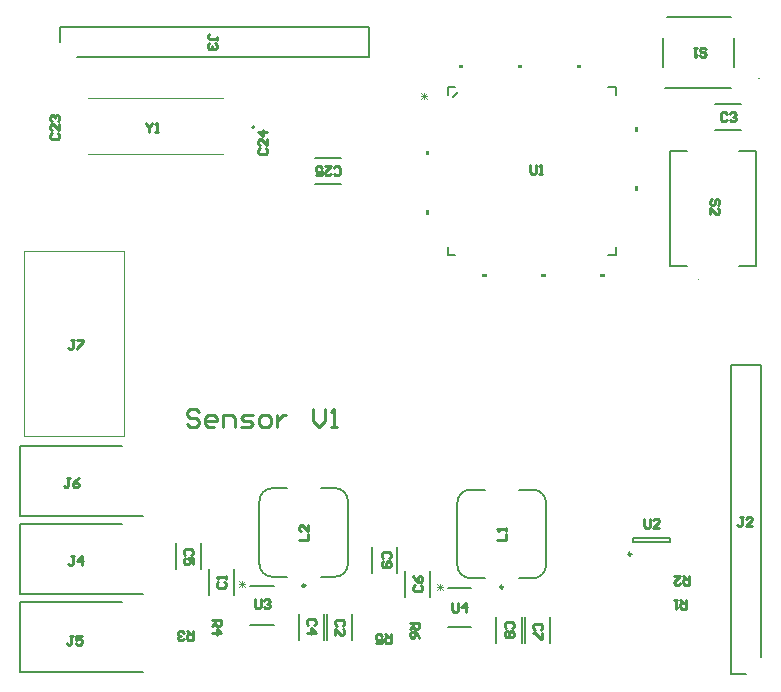
<source format=gbr>
%TF.GenerationSoftware,Altium Limited,Altium Designer,24.6.1 (21)*%
G04 Layer_Color=65535*
%FSLAX45Y45*%
%MOMM*%
%TF.SameCoordinates,D96B88A3-C1BF-4694-92A9-412EC26ABF2C*%
%TF.FilePolarity,Positive*%
%TF.FileFunction,Legend,Top*%
%TF.Part,Single*%
G01*
G75*
%TA.AperFunction,NonConductor*%
%ADD36C,0.25400*%
%ADD37C,0.20000*%
%ADD38C,0.25000*%
%ADD39C,0.10000*%
%ADD40C,0.15240*%
%ADD41C,0.07620*%
G36*
X8534450Y7256780D02*
X8496350D01*
Y7231380D01*
X8534450D01*
Y7256780D01*
D02*
G37*
G36*
X8044180Y7797050D02*
X8018780D01*
Y7758950D01*
X8044180D01*
Y7797050D01*
D02*
G37*
G36*
Y8297050D02*
X8018780D01*
Y8258950D01*
X8044180D01*
Y8297050D01*
D02*
G37*
G36*
X8334450Y8999220D02*
X8296350D01*
Y9024620D01*
X8334450D01*
Y8999220D01*
D02*
G37*
G36*
X8834450D02*
X8796350D01*
Y9024620D01*
X8834450D01*
Y8999220D01*
D02*
G37*
G36*
X9034450Y7256780D02*
X8996350D01*
Y7231380D01*
X9034450D01*
Y7256780D01*
D02*
G37*
G36*
X9534450D02*
X9496350D01*
Y7231380D01*
X9534450D01*
Y7256780D01*
D02*
G37*
G36*
X9786620Y7997050D02*
X9812020D01*
Y7958950D01*
X9786620D01*
Y7997050D01*
D02*
G37*
G36*
Y8497050D02*
X9812020D01*
Y8458950D01*
X9786620D01*
Y8497050D01*
D02*
G37*
G36*
X9334450Y8999220D02*
X9296350D01*
Y9024620D01*
X9334450D01*
Y8999220D01*
D02*
G37*
D36*
X6095967Y6083259D02*
X6070575Y6108651D01*
X6019792D01*
X5994400Y6083259D01*
Y6057867D01*
X6019792Y6032475D01*
X6070575D01*
X6095967Y6007083D01*
Y5981692D01*
X6070575Y5956300D01*
X6019792D01*
X5994400Y5981692D01*
X6222926Y5956300D02*
X6172143D01*
X6146751Y5981692D01*
Y6032475D01*
X6172143Y6057867D01*
X6222926D01*
X6248318Y6032475D01*
Y6007083D01*
X6146751D01*
X6299101Y5956300D02*
Y6057867D01*
X6375277D01*
X6400669Y6032475D01*
Y5956300D01*
X6451452D02*
X6527628D01*
X6553019Y5981692D01*
X6527628Y6007083D01*
X6476844D01*
X6451452Y6032475D01*
X6476844Y6057867D01*
X6553019D01*
X6629195Y5956300D02*
X6679978D01*
X6705370Y5981692D01*
Y6032475D01*
X6679978Y6057867D01*
X6629195D01*
X6603803Y6032475D01*
Y5981692D01*
X6629195Y5956300D01*
X6756154Y6057867D02*
Y5956300D01*
Y6007083D01*
X6781545Y6032475D01*
X6806937Y6057867D01*
X6832329D01*
X7060855Y6108651D02*
Y6007083D01*
X7111639Y5956300D01*
X7162422Y6007083D01*
Y6108651D01*
X7213206Y5956300D02*
X7263989D01*
X7238598D01*
Y6108651D01*
X7213206Y6083259D01*
X5029204Y4190988D02*
X5003812D01*
X5016508D01*
Y4127508D01*
X5003812Y4114812D01*
X4991117D01*
X4978421Y4127508D01*
X5105379Y4190988D02*
X5054596D01*
Y4152900D01*
X5079988Y4165596D01*
X5092684D01*
X5105379Y4152900D01*
Y4127508D01*
X5092684Y4114812D01*
X5067292D01*
X5054596Y4127508D01*
X5003804Y5524488D02*
X4978412D01*
X4991108D01*
Y5461008D01*
X4978412Y5448312D01*
X4965717D01*
X4953021Y5461008D01*
X5079979Y5524488D02*
X5054588Y5511792D01*
X5029196Y5486400D01*
Y5461008D01*
X5041892Y5448312D01*
X5067284D01*
X5079979Y5461008D01*
Y5473704D01*
X5067284Y5486400D01*
X5029196D01*
X5041904Y4864088D02*
X5016512D01*
X5029208D01*
Y4800608D01*
X5016512Y4787912D01*
X5003817D01*
X4991121Y4800608D01*
X5105384Y4787912D02*
Y4864088D01*
X5067296Y4826000D01*
X5118079D01*
X7240183Y8102608D02*
X7252879Y8089912D01*
X7278271D01*
X7290967Y8102608D01*
Y8153392D01*
X7278271Y8166088D01*
X7252879D01*
X7240183Y8153392D01*
X7164008Y8166088D02*
X7214792D01*
X7164008Y8115304D01*
Y8102608D01*
X7176704Y8089912D01*
X7202096D01*
X7214792Y8102608D01*
X7087833Y8089912D02*
X7138616D01*
Y8128000D01*
X7113224Y8115304D01*
X7100528D01*
X7087833Y8128000D01*
Y8153392D01*
X7100528Y8166088D01*
X7125920D01*
X7138616Y8153392D01*
X10490192Y7835896D02*
X10502888Y7848591D01*
Y7873983D01*
X10490192Y7886679D01*
X10477496D01*
X10464800Y7873983D01*
Y7848591D01*
X10452104Y7835896D01*
X10439408D01*
X10426712Y7848591D01*
Y7873983D01*
X10439408Y7886679D01*
X10426712Y7759720D02*
Y7810504D01*
X10477496Y7759720D01*
X10490192D01*
X10502888Y7772416D01*
Y7797808D01*
X10490192Y7810504D01*
X6614918Y8320573D02*
X6602222Y8307877D01*
Y8282486D01*
X6614918Y8269790D01*
X6665702D01*
X6678398Y8282486D01*
Y8307877D01*
X6665702Y8320573D01*
X6678398Y8396749D02*
Y8345965D01*
X6627614Y8396749D01*
X6614918D01*
X6602222Y8384053D01*
Y8358661D01*
X6614918Y8345965D01*
X6678398Y8460228D02*
X6602222D01*
X6640310Y8422140D01*
Y8472924D01*
X4851408Y8445517D02*
X4838712Y8432821D01*
Y8407429D01*
X4851408Y8394733D01*
X4902192D01*
X4914888Y8407429D01*
Y8432821D01*
X4902192Y8445517D01*
X4914888Y8521692D02*
Y8470908D01*
X4864104Y8521692D01*
X4851408D01*
X4838712Y8508996D01*
Y8483604D01*
X4851408Y8470908D01*
Y8547084D02*
X4838712Y8559780D01*
Y8585172D01*
X4851408Y8597867D01*
X4864104D01*
X4876800Y8585172D01*
Y8572476D01*
Y8585172D01*
X4889496Y8597867D01*
X4902192D01*
X4914888Y8585172D01*
Y8559780D01*
X4902192Y8547084D01*
X5651517Y8534388D02*
Y8521692D01*
X5676908Y8496300D01*
X5702300Y8521692D01*
Y8534388D01*
X5676908Y8496300D02*
Y8458212D01*
X5727692D02*
X5753084D01*
X5740388D01*
Y8534388D01*
X5727692Y8521692D01*
X10337800Y9105908D02*
X10350496Y9093212D01*
X10375888D01*
X10388583Y9105908D01*
Y9118604D01*
X10375888Y9131300D01*
X10350496D01*
X10337800Y9143996D01*
Y9156692D01*
X10350496Y9169388D01*
X10375888D01*
X10388583Y9156692D01*
X10312408Y9169388D02*
X10287016D01*
X10299712D01*
Y9093212D01*
X10312408Y9105908D01*
X8241051Y4470388D02*
Y4406908D01*
X8253747Y4394212D01*
X8279138D01*
X8291834Y4406908D01*
Y4470388D01*
X8355314Y4394212D02*
Y4470388D01*
X8317226Y4432300D01*
X8368009D01*
X6569096Y4502388D02*
Y4438908D01*
X6581792Y4426212D01*
X6607183D01*
X6619879Y4438908D01*
Y4502388D01*
X6645271Y4489692D02*
X6657967Y4502388D01*
X6683359D01*
X6696054Y4489692D01*
Y4476996D01*
X6683359Y4464300D01*
X6670663D01*
X6683359D01*
X6696054Y4451604D01*
Y4438908D01*
X6683359Y4426212D01*
X6657967D01*
X6645271Y4438908D01*
X9867921Y5181588D02*
Y5118108D01*
X9880617Y5105412D01*
X9906008D01*
X9918704Y5118108D01*
Y5181588D01*
X9994879Y5105412D02*
X9944096D01*
X9994879Y5156196D01*
Y5168892D01*
X9982184Y5181588D01*
X9956792D01*
X9944096Y5168892D01*
X8902717Y8178788D02*
Y8115308D01*
X8915412Y8102612D01*
X8940804D01*
X8953500Y8115308D01*
Y8178788D01*
X8978892Y8102612D02*
X9004284D01*
X8991588D01*
Y8178788D01*
X8978892Y8166092D01*
X7885442Y4304079D02*
X7961618D01*
Y4265991D01*
X7948922Y4253296D01*
X7923530D01*
X7910834Y4265991D01*
Y4304079D01*
Y4278687D02*
X7885442Y4253296D01*
X7961618Y4177120D02*
X7948922Y4202512D01*
X7923530Y4227904D01*
X7898138D01*
X7885442Y4215208D01*
Y4189816D01*
X7898138Y4177120D01*
X7910834D01*
X7923530Y4189816D01*
Y4227904D01*
X7721509Y4203688D02*
Y4127512D01*
X7683421D01*
X7670725Y4140208D01*
Y4165600D01*
X7683421Y4178296D01*
X7721509D01*
X7696117D02*
X7670725Y4203688D01*
X7594550Y4127512D02*
X7645333D01*
Y4165600D01*
X7619942Y4152904D01*
X7607246D01*
X7594550Y4165600D01*
Y4190992D01*
X7607246Y4203688D01*
X7632638D01*
X7645333Y4190992D01*
X6210312Y4329479D02*
X6286488D01*
Y4291391D01*
X6273792Y4278696D01*
X6248400D01*
X6235704Y4291391D01*
Y4329479D01*
Y4304087D02*
X6210312Y4278696D01*
Y4215216D02*
X6286488D01*
X6248400Y4253304D01*
Y4202520D01*
X6046379Y4229088D02*
Y4152912D01*
X6008291D01*
X5995595Y4165608D01*
Y4191000D01*
X6008291Y4203696D01*
X6046379D01*
X6020987D02*
X5995595Y4229088D01*
X5970203Y4165608D02*
X5957508Y4152912D01*
X5932116D01*
X5919420Y4165608D01*
Y4178304D01*
X5932116Y4191000D01*
X5944812D01*
X5932116D01*
X5919420Y4203696D01*
Y4216392D01*
X5932116Y4229088D01*
X5957508D01*
X5970203Y4216392D01*
X10250079Y4698988D02*
Y4622812D01*
X10211991D01*
X10199295Y4635508D01*
Y4660900D01*
X10211991Y4673596D01*
X10250079D01*
X10224687D02*
X10199295Y4698988D01*
X10123120D02*
X10173903D01*
X10123120Y4648204D01*
Y4635508D01*
X10135816Y4622812D01*
X10161208D01*
X10173903Y4635508D01*
X10224683Y4495788D02*
Y4419612D01*
X10186596D01*
X10173900Y4432308D01*
Y4457700D01*
X10186596Y4470396D01*
X10224683D01*
X10199292D02*
X10173900Y4495788D01*
X10148508D02*
X10123116D01*
X10135812D01*
Y4419612D01*
X10148508Y4432308D01*
X6946912Y5000229D02*
X7023087D01*
Y5051013D01*
Y5127188D02*
Y5076404D01*
X6972304Y5127188D01*
X6959608D01*
X6946912Y5114492D01*
Y5089100D01*
X6959608Y5076404D01*
X8623312Y5003817D02*
X8699488D01*
Y5054600D01*
Y5079992D02*
Y5105384D01*
Y5092688D01*
X8623312D01*
X8636008Y5079992D01*
X5041904Y6692888D02*
X5016512D01*
X5029208D01*
Y6629408D01*
X5016512Y6616712D01*
X5003817D01*
X4991121Y6629408D01*
X5067296Y6692888D02*
X5118079D01*
Y6680192D01*
X5067296Y6629408D01*
Y6616712D01*
X6248388Y9232896D02*
Y9258288D01*
Y9245592D01*
X6184908D01*
X6172212Y9258288D01*
Y9270983D01*
X6184908Y9283679D01*
X6235692Y9207504D02*
X6248388Y9194808D01*
Y9169416D01*
X6235692Y9156721D01*
X6222996D01*
X6210300Y9169416D01*
Y9182112D01*
Y9169416D01*
X6197604Y9156721D01*
X6184908D01*
X6172212Y9169416D01*
Y9194808D01*
X6184908Y9207504D01*
X10706104Y5194288D02*
X10680712D01*
X10693408D01*
Y5130808D01*
X10680712Y5118112D01*
X10668017D01*
X10655321Y5130808D01*
X10782279Y5118112D02*
X10731496D01*
X10782279Y5168896D01*
Y5181592D01*
X10769584Y5194288D01*
X10744192D01*
X10731496Y5181592D01*
X7707622Y4850196D02*
X7720318Y4862891D01*
Y4888283D01*
X7707622Y4900979D01*
X7656838D01*
X7644142Y4888283D01*
Y4862891D01*
X7656838Y4850196D01*
Y4824804D02*
X7644142Y4812108D01*
Y4786716D01*
X7656838Y4774020D01*
X7707622D01*
X7720318Y4786716D01*
Y4812108D01*
X7707622Y4824804D01*
X7694926D01*
X7682230Y4812108D01*
Y4774020D01*
X8749022Y4255696D02*
X8761718Y4268391D01*
Y4293783D01*
X8749022Y4306479D01*
X8698238D01*
X8685542Y4293783D01*
Y4268391D01*
X8698238Y4255696D01*
X8749022Y4230304D02*
X8761718Y4217608D01*
Y4192216D01*
X8749022Y4179520D01*
X8736326D01*
X8723630Y4192216D01*
X8710934Y4179520D01*
X8698238D01*
X8685542Y4192216D01*
Y4217608D01*
X8698238Y4230304D01*
X8710934D01*
X8723630Y4217608D01*
X8736326Y4230304D01*
X8749022D01*
X8723630Y4217608D02*
Y4192216D01*
X8990322Y4242996D02*
X9003018Y4255692D01*
Y4281083D01*
X8990322Y4293779D01*
X8939538D01*
X8926842Y4281083D01*
Y4255692D01*
X8939538Y4242996D01*
X9003018Y4217604D02*
Y4166820D01*
X8990322D01*
X8939538Y4217604D01*
X8926842D01*
X7924808Y4620404D02*
X7912112Y4607709D01*
Y4582317D01*
X7924808Y4569621D01*
X7975592D01*
X7988288Y4582317D01*
Y4607709D01*
X7975592Y4620404D01*
X7912112Y4696580D02*
X7924808Y4671188D01*
X7950200Y4645796D01*
X7975592D01*
X7988288Y4658492D01*
Y4683884D01*
X7975592Y4696580D01*
X7962896D01*
X7950200Y4683884D01*
Y4645796D01*
X6032492Y4875596D02*
X6045188Y4888292D01*
Y4913684D01*
X6032492Y4926380D01*
X5981708D01*
X5969012Y4913684D01*
Y4888292D01*
X5981708Y4875596D01*
X6045188Y4799421D02*
Y4850204D01*
X6007100D01*
X6019796Y4824812D01*
Y4812116D01*
X6007100Y4799421D01*
X5981708D01*
X5969012Y4812116D01*
Y4837508D01*
X5981708Y4850204D01*
X7073892Y4279896D02*
X7086588Y4292591D01*
Y4317983D01*
X7073892Y4330679D01*
X7023108D01*
X7010412Y4317983D01*
Y4292591D01*
X7023108Y4279896D01*
X7010412Y4216416D02*
X7086588D01*
X7048500Y4254504D01*
Y4203720D01*
X10567604Y8610592D02*
X10554908Y8623288D01*
X10529516D01*
X10516820Y8610592D01*
Y8559808D01*
X10529516Y8547112D01*
X10554908D01*
X10567604Y8559808D01*
X10592996Y8610592D02*
X10605692Y8623288D01*
X10631084D01*
X10643779Y8610592D01*
Y8597896D01*
X10631084Y8585200D01*
X10618388D01*
X10631084D01*
X10643779Y8572504D01*
Y8559808D01*
X10631084Y8547112D01*
X10605692D01*
X10592996Y8559808D01*
X7315192Y4278696D02*
X7327888Y4291392D01*
Y4316784D01*
X7315192Y4329480D01*
X7264408D01*
X7251712Y4316784D01*
Y4291392D01*
X7264408Y4278696D01*
X7251712Y4202521D02*
Y4253304D01*
X7302496Y4202521D01*
X7315192D01*
X7327888Y4215216D01*
Y4240608D01*
X7315192Y4253304D01*
X6261108Y4649400D02*
X6248412Y4636704D01*
Y4611312D01*
X6261108Y4598616D01*
X6311892D01*
X6324588Y4611312D01*
Y4636704D01*
X6311892Y4649400D01*
X6324588Y4674792D02*
Y4700184D01*
Y4687488D01*
X6248412D01*
X6261108Y4674792D01*
D37*
X8286400Y4789600D02*
G03*
X8396400Y4679600I110000J0D01*
G01*
Y5429600D02*
G03*
X8286400Y5319600I0J-110000D01*
G01*
X9036400D02*
G03*
X8926400Y5429600I-110000J0D01*
G01*
Y4679600D02*
G03*
X9036400Y4789600I0J110000D01*
G01*
X6610000Y4802300D02*
G03*
X6720000Y4692300I110000J0D01*
G01*
Y5442300D02*
G03*
X6610000Y5332300I0J-110000D01*
G01*
X7360000D02*
G03*
X7250000Y5442300I-110000J0D01*
G01*
Y4692300D02*
G03*
X7360000Y4802300I0J110000D01*
G01*
X6557700Y8489000D02*
G03*
X6557700Y8509000I0J10000D01*
G01*
D02*
G03*
X6557700Y8489000I0J-10000D01*
G01*
X4581100Y3886600D02*
X5626100D01*
X4581100D02*
Y4479600D01*
X5446100D01*
X4581100Y5207400D02*
X5626100D01*
X4581100D02*
Y5800400D01*
X5446100D01*
X4581100Y4547000D02*
X5626100D01*
X4581100D02*
Y5140000D01*
X5446100D01*
X10606500Y3866200D02*
X10731500D01*
X10606500D02*
Y6481200D01*
X10856500D01*
Y4013200D02*
Y6481200D01*
X4920300Y9220200D02*
Y9345200D01*
X7535300D01*
Y9095200D02*
Y9345200D01*
X5067300Y9095200D02*
X7535300D01*
X8286400Y4789600D02*
Y5319600D01*
X8396400Y4679600D02*
X8516400D01*
X9036400Y4789600D02*
Y5319600D01*
X8396400Y5429600D02*
X8516400D01*
X8806400D02*
X8926400D01*
X8806400Y4679600D02*
X8926400D01*
X6610000Y4802300D02*
Y5332300D01*
X6720000Y4692300D02*
X6840000D01*
X7360000Y4802300D02*
Y5332300D01*
X6720000Y5442300D02*
X6840000D01*
X7130000D02*
X7250000D01*
X7130000Y4692300D02*
X7250000D01*
X9776400Y5018800D02*
X10086400D01*
X9776400Y4988800D02*
X10086400D01*
Y5018800D01*
X9776400Y4988800D02*
Y5018800D01*
X10025100Y9011300D02*
Y9251300D01*
X10065100Y9431300D02*
X10605100D01*
X10625100Y9011300D02*
Y9251300D01*
X10045100Y8831300D02*
X10605100D01*
X10089100Y7321500D02*
X10232100D01*
X10089100D02*
Y8299500D01*
X10232100D01*
X10672100D02*
X10812100D01*
X10815100Y7321500D01*
X10672100D02*
X10815100D01*
X7078200Y8235500D02*
X7298200D01*
X7078200Y8020500D02*
X7298200D01*
X6179000Y4539400D02*
Y4759400D01*
X6394000Y4539400D02*
Y4759400D01*
X7397300Y4156000D02*
Y4376000D01*
X7182300Y4156000D02*
Y4376000D01*
X10470300Y8692700D02*
X10690300D01*
X10470300Y8477700D02*
X10690300D01*
X7156000Y4157200D02*
Y4377200D01*
X6941000Y4157200D02*
Y4377200D01*
X6114600Y4754100D02*
Y4974100D01*
X5899600Y4754100D02*
Y4974100D01*
X7842700Y4524300D02*
Y4744300D01*
X8057700Y4524300D02*
Y4744300D01*
X9072430Y4133000D02*
Y4353000D01*
X8857430Y4133000D02*
Y4353000D01*
X8831130Y4133000D02*
Y4353000D01*
X8616130Y4133000D02*
Y4353000D01*
X7777030Y4727500D02*
Y4947500D01*
X7562030Y4727500D02*
Y4947500D01*
D38*
X8673900Y4604600D02*
G03*
X8673900Y4604600I-12500J0D01*
G01*
X6997500Y4617300D02*
G03*
X6997500Y4617300I-12500J0D01*
G01*
X9758900Y4883800D02*
G03*
X9758900Y4883800I-12500J0D01*
G01*
D39*
X10835100Y8911300D02*
G03*
X10845100Y8911300I5000J0D01*
G01*
D02*
G03*
X10835100Y8911300I-5000J0D01*
G01*
X10325100Y7210500D02*
G03*
X10325100Y7220500I0J5000D01*
G01*
D02*
G03*
X10325100Y7210500I0J-5000D01*
G01*
X4616100Y5880500D02*
Y7454500D01*
X5466100D01*
Y5880500D02*
Y7454500D01*
X4616100Y5880500D02*
X5466100D01*
X5157700Y8749000D02*
X6297700D01*
X5157700Y8269000D02*
X6297700D01*
D40*
X8248093Y8753553D02*
X8289847Y8795307D01*
X8205470Y7418070D02*
X8268156D01*
X9625330D02*
Y7480756D01*
X9562644Y8837930D02*
X9625330D01*
X8205470Y8775244D02*
Y8837930D01*
Y7418070D02*
Y7480756D01*
X9562644Y7418070D02*
X9625330D01*
Y8775244D02*
Y8837930D01*
X8205470D02*
X8268156D01*
X6532245Y4286500D02*
X6732905D01*
X6532245Y4616700D02*
X6732905D01*
X8204200Y4267200D02*
X8404860D01*
X8204200Y4597400D02*
X8404860D01*
D41*
X7974330Y8791079D02*
X8025113Y8740296D01*
X7974330D02*
X8025113Y8791079D01*
X7974330Y8765688D02*
X8025113D01*
X7999722Y8740296D02*
Y8791079D01*
X6438900Y4653259D02*
X6489683Y4602476D01*
X6438900D02*
X6489683Y4653259D01*
X6438900Y4627868D02*
X6489683D01*
X6464292Y4602476D02*
Y4653259D01*
X8110855Y4633959D02*
X8161638Y4583176D01*
X8110855D02*
X8161638Y4633959D01*
X8110855Y4608568D02*
X8161638D01*
X8136247Y4583176D02*
Y4633959D01*
%TF.MD5,2e38d6bb2b2416cbab183e3b15959441*%
M02*

</source>
